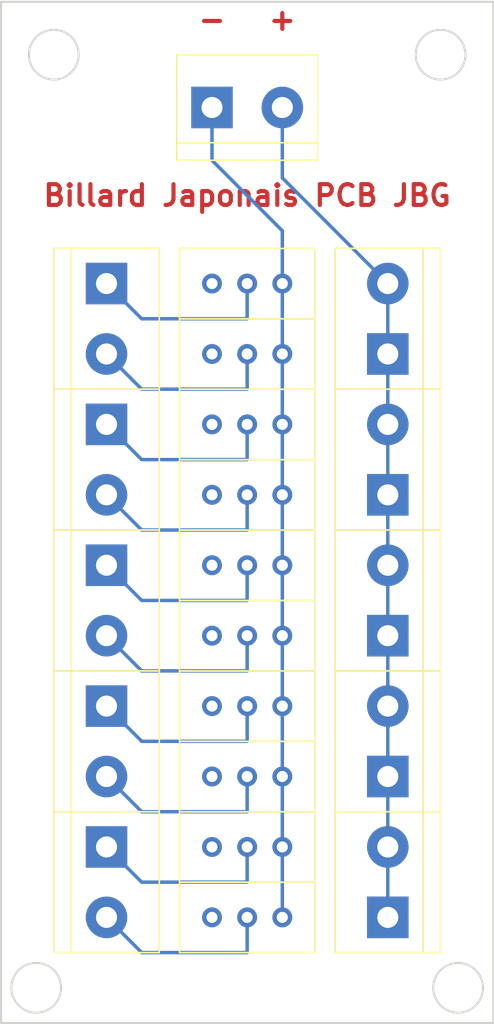
<source format=kicad_pcb>
(kicad_pcb (version 20171130) (host pcbnew 5.0.2+dfsg1-1)

  (general
    (thickness 1.6)
    (drawings 11)
    (tracks 39)
    (zones 0)
    (modules 21)
    (nets 1)
  )

  (page A4)
  (layers
    (0 F.Cu signal)
    (31 B.Cu signal)
    (32 B.Adhes user)
    (33 F.Adhes user)
    (34 B.Paste user)
    (35 F.Paste user)
    (36 B.SilkS user)
    (37 F.SilkS user)
    (38 B.Mask user)
    (39 F.Mask user)
    (40 Dwgs.User user)
    (41 Cmts.User user)
    (42 Eco1.User user)
    (43 Eco2.User user)
    (44 Edge.Cuts user)
    (45 Margin user)
    (46 B.CrtYd user)
    (47 F.CrtYd user)
    (48 B.Fab user)
    (49 F.Fab user)
  )

  (setup
    (last_trace_width 0.25)
    (trace_clearance 0.2)
    (zone_clearance 0.508)
    (zone_45_only no)
    (trace_min 0.2)
    (segment_width 0.2)
    (edge_width 0.15)
    (via_size 0.8)
    (via_drill 0.4)
    (via_min_size 0.4)
    (via_min_drill 0.3)
    (uvia_size 0.3)
    (uvia_drill 0.1)
    (uvias_allowed no)
    (uvia_min_size 0.2)
    (uvia_min_drill 0.1)
    (pcb_text_width 0.3)
    (pcb_text_size 1.5 1.5)
    (mod_edge_width 0.15)
    (mod_text_size 1 1)
    (mod_text_width 0.15)
    (pad_size 1.524 1.524)
    (pad_drill 0.762)
    (pad_to_mask_clearance 0.051)
    (solder_mask_min_width 0.25)
    (aux_axis_origin 0 0)
    (grid_origin 24.13 88.9)
    (visible_elements FFFFFF7F)
    (pcbplotparams
      (layerselection 0x010fc_ffffffff)
      (usegerberextensions false)
      (usegerberattributes false)
      (usegerberadvancedattributes false)
      (creategerberjobfile false)
      (excludeedgelayer true)
      (linewidth 0.150000)
      (plotframeref false)
      (viasonmask false)
      (mode 1)
      (useauxorigin false)
      (hpglpennumber 1)
      (hpglpenspeed 20)
      (hpglpendiameter 15.000000)
      (psnegative false)
      (psa4output false)
      (plotreference true)
      (plotvalue true)
      (plotinvisibletext false)
      (padsonsilk false)
      (subtractmaskfromsilk false)
      (outputformat 4)
      (mirror false)
      (drillshape 0)
      (scaleselection 1)
      (outputdirectory ""))
  )

  (net 0 "")

  (net_class Default "Ceci est la Netclass par défaut."
    (clearance 0.2)
    (trace_width 0.25)
    (via_dia 0.8)
    (via_drill 0.4)
    (uvia_dia 0.3)
    (uvia_drill 0.1)
  )

  (module TerminalBlock:TerminalBlock_bornier-2_P5.08mm (layer F.Cu) (tedit 5FD9B9A3) (tstamp 5FE6ABBC)
    (at 53.34 68.58 90)
    (descr "simple 2-pin terminal block, pitch 5.08mm, revamped version of bornier2")
    (tags "terminal block bornier2")
    (fp_text reference "" (at 2.54 -5.08 90) (layer F.SilkS) hide
      (effects (font (size 1 1) (thickness 0.15)))
    )
    (fp_text value T (at 2.54 5.08 90) (layer F.Fab) hide
      (effects (font (size 1 1) (thickness 0.15)))
    )
    (fp_text user "" (at 2.54 0 90) (layer F.Fab)
      (effects (font (size 1 1) (thickness 0.15)))
    )
    (fp_line (start -2.41 2.55) (end 7.49 2.55) (layer F.Fab) (width 0.1))
    (fp_line (start -2.46 -3.75) (end -2.46 3.75) (layer F.Fab) (width 0.1))
    (fp_line (start -2.46 3.75) (end 7.54 3.75) (layer F.Fab) (width 0.1))
    (fp_line (start 7.54 3.75) (end 7.54 -3.75) (layer F.Fab) (width 0.1))
    (fp_line (start 7.54 -3.75) (end -2.46 -3.75) (layer F.Fab) (width 0.1))
    (fp_line (start 7.62 2.54) (end -2.54 2.54) (layer F.SilkS) (width 0.12))
    (fp_line (start 7.62 3.81) (end 7.62 -3.81) (layer F.SilkS) (width 0.12))
    (fp_line (start 7.62 -3.81) (end -2.54 -3.81) (layer F.SilkS) (width 0.12))
    (fp_line (start -2.54 -3.81) (end -2.54 3.81) (layer F.SilkS) (width 0.12))
    (fp_line (start -2.54 3.81) (end 7.62 3.81) (layer F.SilkS) (width 0.12))
    (fp_line (start -2.71 -4) (end 7.79 -4) (layer F.CrtYd) (width 0.05))
    (fp_line (start -2.71 -4) (end -2.71 4) (layer F.CrtYd) (width 0.05))
    (fp_line (start 7.79 4) (end 7.79 -4) (layer F.CrtYd) (width 0.05))
    (fp_line (start 7.79 4) (end -2.71 4) (layer F.CrtYd) (width 0.05))
    (pad 1 thru_hole rect (at 0 0 90) (size 3 3) (drill 1.52) (layers *.Cu *.Mask))
    (pad 2 thru_hole circle (at 5.08 0 90) (size 3 3) (drill 1.52) (layers *.Cu *.Mask))
    (model ${KISYS3DMOD}/TerminalBlock.3dshapes/TerminalBlock_bornier-2_P5.08mm.wrl
      (offset (xyz 2.539999961853027 0 0))
      (scale (xyz 1 1 1))
      (rotate (xyz 0 0 0))
    )
  )

  (module TerminalBlock:TerminalBlock_bornier-2_P5.08mm (layer F.Cu) (tedit 5FD9B9AC) (tstamp 5FE6ABBC)
    (at 40.64 20.32)
    (descr "simple 2-pin terminal block, pitch 5.08mm, revamped version of bornier2")
    (tags "terminal block bornier2")
    (fp_text reference "" (at 2.54 -5.08) (layer F.SilkS) hide
      (effects (font (size 1 1) (thickness 0.15)))
    )
    (fp_text value T (at 2.54 5.08) (layer F.Fab) hide
      (effects (font (size 1 1) (thickness 0.15)))
    )
    (fp_text user "" (at 2.54 0) (layer F.Fab)
      (effects (font (size 1 1) (thickness 0.15)))
    )
    (fp_line (start -2.41 2.55) (end 7.49 2.55) (layer F.Fab) (width 0.1))
    (fp_line (start -2.46 -3.75) (end -2.46 3.75) (layer F.Fab) (width 0.1))
    (fp_line (start -2.46 3.75) (end 7.54 3.75) (layer F.Fab) (width 0.1))
    (fp_line (start 7.54 3.75) (end 7.54 -3.75) (layer F.Fab) (width 0.1))
    (fp_line (start 7.54 -3.75) (end -2.46 -3.75) (layer F.Fab) (width 0.1))
    (fp_line (start 7.62 2.54) (end -2.54 2.54) (layer F.SilkS) (width 0.12))
    (fp_line (start 7.62 3.81) (end 7.62 -3.81) (layer F.SilkS) (width 0.12))
    (fp_line (start 7.62 -3.81) (end -2.54 -3.81) (layer F.SilkS) (width 0.12))
    (fp_line (start -2.54 -3.81) (end -2.54 3.81) (layer F.SilkS) (width 0.12))
    (fp_line (start -2.54 3.81) (end 7.62 3.81) (layer F.SilkS) (width 0.12))
    (fp_line (start -2.71 -4) (end 7.79 -4) (layer F.CrtYd) (width 0.05))
    (fp_line (start -2.71 -4) (end -2.71 4) (layer F.CrtYd) (width 0.05))
    (fp_line (start 7.79 4) (end 7.79 -4) (layer F.CrtYd) (width 0.05))
    (fp_line (start 7.79 4) (end -2.71 4) (layer F.CrtYd) (width 0.05))
    (pad 1 thru_hole rect (at 0 0) (size 3 3) (drill 1.52) (layers *.Cu *.Mask))
    (pad 2 thru_hole circle (at 5.08 0) (size 3 3) (drill 1.52) (layers *.Cu *.Mask))
    (model ${KISYS3DMOD}/TerminalBlock.3dshapes/TerminalBlock_bornier-2_P5.08mm.wrl
      (offset (xyz 2.539999961853027 0 0))
      (scale (xyz 1 1 1))
      (rotate (xyz 0 0 0))
    )
  )

  (module TerminalBlock:TerminalBlock_bornier-2_P5.08mm (layer F.Cu) (tedit 5FD9B9A7) (tstamp 5FE6ABBC)
    (at 53.34 78.74 90)
    (descr "simple 2-pin terminal block, pitch 5.08mm, revamped version of bornier2")
    (tags "terminal block bornier2")
    (fp_text reference "" (at 2.54 -5.08 90) (layer F.SilkS) hide
      (effects (font (size 1 1) (thickness 0.15)))
    )
    (fp_text value T (at 2.54 5.08 90) (layer F.Fab) hide
      (effects (font (size 1 1) (thickness 0.15)))
    )
    (fp_text user "" (at 2.54 0 90) (layer F.Fab)
      (effects (font (size 1 1) (thickness 0.15)))
    )
    (fp_line (start -2.41 2.55) (end 7.49 2.55) (layer F.Fab) (width 0.1))
    (fp_line (start -2.46 -3.75) (end -2.46 3.75) (layer F.Fab) (width 0.1))
    (fp_line (start -2.46 3.75) (end 7.54 3.75) (layer F.Fab) (width 0.1))
    (fp_line (start 7.54 3.75) (end 7.54 -3.75) (layer F.Fab) (width 0.1))
    (fp_line (start 7.54 -3.75) (end -2.46 -3.75) (layer F.Fab) (width 0.1))
    (fp_line (start 7.62 2.54) (end -2.54 2.54) (layer F.SilkS) (width 0.12))
    (fp_line (start 7.62 3.81) (end 7.62 -3.81) (layer F.SilkS) (width 0.12))
    (fp_line (start 7.62 -3.81) (end -2.54 -3.81) (layer F.SilkS) (width 0.12))
    (fp_line (start -2.54 -3.81) (end -2.54 3.81) (layer F.SilkS) (width 0.12))
    (fp_line (start -2.54 3.81) (end 7.62 3.81) (layer F.SilkS) (width 0.12))
    (fp_line (start -2.71 -4) (end 7.79 -4) (layer F.CrtYd) (width 0.05))
    (fp_line (start -2.71 -4) (end -2.71 4) (layer F.CrtYd) (width 0.05))
    (fp_line (start 7.79 4) (end 7.79 -4) (layer F.CrtYd) (width 0.05))
    (fp_line (start 7.79 4) (end -2.71 4) (layer F.CrtYd) (width 0.05))
    (pad 1 thru_hole rect (at 0 0 90) (size 3 3) (drill 1.52) (layers *.Cu *.Mask))
    (pad 2 thru_hole circle (at 5.08 0 90) (size 3 3) (drill 1.52) (layers *.Cu *.Mask))
    (model ${KISYS3DMOD}/TerminalBlock.3dshapes/TerminalBlock_bornier-2_P5.08mm.wrl
      (offset (xyz 2.539999961853027 0 0))
      (scale (xyz 1 1 1))
      (rotate (xyz 0 0 0))
    )
  )

  (module TerminalBlock:TerminalBlock_bornier-2_P5.08mm (layer F.Cu) (tedit 5FD9B995) (tstamp 5FE6ABBC)
    (at 53.34 58.42 90)
    (descr "simple 2-pin terminal block, pitch 5.08mm, revamped version of bornier2")
    (tags "terminal block bornier2")
    (fp_text reference "" (at 2.54 -5.08 90) (layer F.SilkS) hide
      (effects (font (size 1 1) (thickness 0.15)))
    )
    (fp_text value T (at 2.54 5.08 90) (layer F.Fab) hide
      (effects (font (size 1 1) (thickness 0.15)))
    )
    (fp_text user "" (at 2.54 0 90) (layer F.Fab)
      (effects (font (size 1 1) (thickness 0.15)))
    )
    (fp_line (start -2.41 2.55) (end 7.49 2.55) (layer F.Fab) (width 0.1))
    (fp_line (start -2.46 -3.75) (end -2.46 3.75) (layer F.Fab) (width 0.1))
    (fp_line (start -2.46 3.75) (end 7.54 3.75) (layer F.Fab) (width 0.1))
    (fp_line (start 7.54 3.75) (end 7.54 -3.75) (layer F.Fab) (width 0.1))
    (fp_line (start 7.54 -3.75) (end -2.46 -3.75) (layer F.Fab) (width 0.1))
    (fp_line (start 7.62 2.54) (end -2.54 2.54) (layer F.SilkS) (width 0.12))
    (fp_line (start 7.62 3.81) (end 7.62 -3.81) (layer F.SilkS) (width 0.12))
    (fp_line (start 7.62 -3.81) (end -2.54 -3.81) (layer F.SilkS) (width 0.12))
    (fp_line (start -2.54 -3.81) (end -2.54 3.81) (layer F.SilkS) (width 0.12))
    (fp_line (start -2.54 3.81) (end 7.62 3.81) (layer F.SilkS) (width 0.12))
    (fp_line (start -2.71 -4) (end 7.79 -4) (layer F.CrtYd) (width 0.05))
    (fp_line (start -2.71 -4) (end -2.71 4) (layer F.CrtYd) (width 0.05))
    (fp_line (start 7.79 4) (end 7.79 -4) (layer F.CrtYd) (width 0.05))
    (fp_line (start 7.79 4) (end -2.71 4) (layer F.CrtYd) (width 0.05))
    (pad 1 thru_hole rect (at 0 0 90) (size 3 3) (drill 1.52) (layers *.Cu *.Mask))
    (pad 2 thru_hole circle (at 5.08 0 90) (size 3 3) (drill 1.52) (layers *.Cu *.Mask))
    (model ${KISYS3DMOD}/TerminalBlock.3dshapes/TerminalBlock_bornier-2_P5.08mm.wrl
      (offset (xyz 2.539999961853027 0 0))
      (scale (xyz 1 1 1))
      (rotate (xyz 0 0 0))
    )
  )

  (module TerminalBlock:TerminalBlock_bornier-2_P5.08mm (layer F.Cu) (tedit 5FD9B991) (tstamp 5FE6ABBC)
    (at 53.34 48.26 90)
    (descr "simple 2-pin terminal block, pitch 5.08mm, revamped version of bornier2")
    (tags "terminal block bornier2")
    (fp_text reference "" (at 2.54 -5.08 90) (layer F.SilkS) hide
      (effects (font (size 1 1) (thickness 0.15)))
    )
    (fp_text value T (at 2.54 5.08 90) (layer F.Fab) hide
      (effects (font (size 1 1) (thickness 0.15)))
    )
    (fp_text user "" (at 2.54 0 90) (layer F.Fab)
      (effects (font (size 1 1) (thickness 0.15)))
    )
    (fp_line (start -2.41 2.55) (end 7.49 2.55) (layer F.Fab) (width 0.1))
    (fp_line (start -2.46 -3.75) (end -2.46 3.75) (layer F.Fab) (width 0.1))
    (fp_line (start -2.46 3.75) (end 7.54 3.75) (layer F.Fab) (width 0.1))
    (fp_line (start 7.54 3.75) (end 7.54 -3.75) (layer F.Fab) (width 0.1))
    (fp_line (start 7.54 -3.75) (end -2.46 -3.75) (layer F.Fab) (width 0.1))
    (fp_line (start 7.62 2.54) (end -2.54 2.54) (layer F.SilkS) (width 0.12))
    (fp_line (start 7.62 3.81) (end 7.62 -3.81) (layer F.SilkS) (width 0.12))
    (fp_line (start 7.62 -3.81) (end -2.54 -3.81) (layer F.SilkS) (width 0.12))
    (fp_line (start -2.54 -3.81) (end -2.54 3.81) (layer F.SilkS) (width 0.12))
    (fp_line (start -2.54 3.81) (end 7.62 3.81) (layer F.SilkS) (width 0.12))
    (fp_line (start -2.71 -4) (end 7.79 -4) (layer F.CrtYd) (width 0.05))
    (fp_line (start -2.71 -4) (end -2.71 4) (layer F.CrtYd) (width 0.05))
    (fp_line (start 7.79 4) (end 7.79 -4) (layer F.CrtYd) (width 0.05))
    (fp_line (start 7.79 4) (end -2.71 4) (layer F.CrtYd) (width 0.05))
    (pad 1 thru_hole rect (at 0 0 90) (size 3 3) (drill 1.52) (layers *.Cu *.Mask))
    (pad 2 thru_hole circle (at 5.08 0 90) (size 3 3) (drill 1.52) (layers *.Cu *.Mask))
    (model ${KISYS3DMOD}/TerminalBlock.3dshapes/TerminalBlock_bornier-2_P5.08mm.wrl
      (offset (xyz 2.539999961853027 0 0))
      (scale (xyz 1 1 1))
      (rotate (xyz 0 0 0))
    )
  )

  (module TerminalBlock:TerminalBlock_bornier-2_P5.08mm (layer F.Cu) (tedit 5FD9B989) (tstamp 5FE6ABBC)
    (at 33.02 73.66 270)
    (descr "simple 2-pin terminal block, pitch 5.08mm, revamped version of bornier2")
    (tags "terminal block bornier2")
    (fp_text reference "" (at 2.54 -5.08 270) (layer F.SilkS) hide
      (effects (font (size 1 1) (thickness 0.15)))
    )
    (fp_text value T (at 2.54 5.08 270) (layer F.Fab) hide
      (effects (font (size 1 1) (thickness 0.15)))
    )
    (fp_text user "" (at 2.54 0 270) (layer F.Fab)
      (effects (font (size 1 1) (thickness 0.15)))
    )
    (fp_line (start -2.41 2.55) (end 7.49 2.55) (layer F.Fab) (width 0.1))
    (fp_line (start -2.46 -3.75) (end -2.46 3.75) (layer F.Fab) (width 0.1))
    (fp_line (start -2.46 3.75) (end 7.54 3.75) (layer F.Fab) (width 0.1))
    (fp_line (start 7.54 3.75) (end 7.54 -3.75) (layer F.Fab) (width 0.1))
    (fp_line (start 7.54 -3.75) (end -2.46 -3.75) (layer F.Fab) (width 0.1))
    (fp_line (start 7.62 2.54) (end -2.54 2.54) (layer F.SilkS) (width 0.12))
    (fp_line (start 7.62 3.81) (end 7.62 -3.81) (layer F.SilkS) (width 0.12))
    (fp_line (start 7.62 -3.81) (end -2.54 -3.81) (layer F.SilkS) (width 0.12))
    (fp_line (start -2.54 -3.81) (end -2.54 3.81) (layer F.SilkS) (width 0.12))
    (fp_line (start -2.54 3.81) (end 7.62 3.81) (layer F.SilkS) (width 0.12))
    (fp_line (start -2.71 -4) (end 7.79 -4) (layer F.CrtYd) (width 0.05))
    (fp_line (start -2.71 -4) (end -2.71 4) (layer F.CrtYd) (width 0.05))
    (fp_line (start 7.79 4) (end 7.79 -4) (layer F.CrtYd) (width 0.05))
    (fp_line (start 7.79 4) (end -2.71 4) (layer F.CrtYd) (width 0.05))
    (pad 1 thru_hole rect (at 0 0 270) (size 3 3) (drill 1.52) (layers *.Cu *.Mask))
    (pad 2 thru_hole circle (at 5.08 0 270) (size 3 3) (drill 1.52) (layers *.Cu *.Mask))
    (model ${KISYS3DMOD}/TerminalBlock.3dshapes/TerminalBlock_bornier-2_P5.08mm.wrl
      (offset (xyz 2.539999961853027 0 0))
      (scale (xyz 1 1 1))
      (rotate (xyz 0 0 0))
    )
  )

  (module TerminalBlock:TerminalBlock_bornier-2_P5.08mm (layer F.Cu) (tedit 5FD9B986) (tstamp 5FE6ABBC)
    (at 33.02 63.5 270)
    (descr "simple 2-pin terminal block, pitch 5.08mm, revamped version of bornier2")
    (tags "terminal block bornier2")
    (fp_text reference "" (at 2.54 -5.08 270) (layer F.SilkS) hide
      (effects (font (size 1 1) (thickness 0.15)))
    )
    (fp_text value T (at 2.54 5.08 270) (layer F.Fab) hide
      (effects (font (size 1 1) (thickness 0.15)))
    )
    (fp_text user "" (at 2.54 0 270) (layer F.Fab)
      (effects (font (size 1 1) (thickness 0.15)))
    )
    (fp_line (start -2.41 2.55) (end 7.49 2.55) (layer F.Fab) (width 0.1))
    (fp_line (start -2.46 -3.75) (end -2.46 3.75) (layer F.Fab) (width 0.1))
    (fp_line (start -2.46 3.75) (end 7.54 3.75) (layer F.Fab) (width 0.1))
    (fp_line (start 7.54 3.75) (end 7.54 -3.75) (layer F.Fab) (width 0.1))
    (fp_line (start 7.54 -3.75) (end -2.46 -3.75) (layer F.Fab) (width 0.1))
    (fp_line (start 7.62 2.54) (end -2.54 2.54) (layer F.SilkS) (width 0.12))
    (fp_line (start 7.62 3.81) (end 7.62 -3.81) (layer F.SilkS) (width 0.12))
    (fp_line (start 7.62 -3.81) (end -2.54 -3.81) (layer F.SilkS) (width 0.12))
    (fp_line (start -2.54 -3.81) (end -2.54 3.81) (layer F.SilkS) (width 0.12))
    (fp_line (start -2.54 3.81) (end 7.62 3.81) (layer F.SilkS) (width 0.12))
    (fp_line (start -2.71 -4) (end 7.79 -4) (layer F.CrtYd) (width 0.05))
    (fp_line (start -2.71 -4) (end -2.71 4) (layer F.CrtYd) (width 0.05))
    (fp_line (start 7.79 4) (end 7.79 -4) (layer F.CrtYd) (width 0.05))
    (fp_line (start 7.79 4) (end -2.71 4) (layer F.CrtYd) (width 0.05))
    (pad 1 thru_hole rect (at 0 0 270) (size 3 3) (drill 1.52) (layers *.Cu *.Mask))
    (pad 2 thru_hole circle (at 5.08 0 270) (size 3 3) (drill 1.52) (layers *.Cu *.Mask))
    (model ${KISYS3DMOD}/TerminalBlock.3dshapes/TerminalBlock_bornier-2_P5.08mm.wrl
      (offset (xyz 2.539999961853027 0 0))
      (scale (xyz 1 1 1))
      (rotate (xyz 0 0 0))
    )
  )

  (module TerminalBlock:TerminalBlock_bornier-2_P5.08mm (layer F.Cu) (tedit 5FD9B97F) (tstamp 5FE6ABBC)
    (at 33.02 53.34 270)
    (descr "simple 2-pin terminal block, pitch 5.08mm, revamped version of bornier2")
    (tags "terminal block bornier2")
    (fp_text reference "" (at 2.54 -5.08 270) (layer F.SilkS) hide
      (effects (font (size 1 1) (thickness 0.15)))
    )
    (fp_text value T (at 2.54 5.08 270) (layer F.Fab) hide
      (effects (font (size 1 1) (thickness 0.15)))
    )
    (fp_text user "" (at 2.54 0 270) (layer F.Fab)
      (effects (font (size 1 1) (thickness 0.15)))
    )
    (fp_line (start -2.41 2.55) (end 7.49 2.55) (layer F.Fab) (width 0.1))
    (fp_line (start -2.46 -3.75) (end -2.46 3.75) (layer F.Fab) (width 0.1))
    (fp_line (start -2.46 3.75) (end 7.54 3.75) (layer F.Fab) (width 0.1))
    (fp_line (start 7.54 3.75) (end 7.54 -3.75) (layer F.Fab) (width 0.1))
    (fp_line (start 7.54 -3.75) (end -2.46 -3.75) (layer F.Fab) (width 0.1))
    (fp_line (start 7.62 2.54) (end -2.54 2.54) (layer F.SilkS) (width 0.12))
    (fp_line (start 7.62 3.81) (end 7.62 -3.81) (layer F.SilkS) (width 0.12))
    (fp_line (start 7.62 -3.81) (end -2.54 -3.81) (layer F.SilkS) (width 0.12))
    (fp_line (start -2.54 -3.81) (end -2.54 3.81) (layer F.SilkS) (width 0.12))
    (fp_line (start -2.54 3.81) (end 7.62 3.81) (layer F.SilkS) (width 0.12))
    (fp_line (start -2.71 -4) (end 7.79 -4) (layer F.CrtYd) (width 0.05))
    (fp_line (start -2.71 -4) (end -2.71 4) (layer F.CrtYd) (width 0.05))
    (fp_line (start 7.79 4) (end 7.79 -4) (layer F.CrtYd) (width 0.05))
    (fp_line (start 7.79 4) (end -2.71 4) (layer F.CrtYd) (width 0.05))
    (pad 1 thru_hole rect (at 0 0 270) (size 3 3) (drill 1.52) (layers *.Cu *.Mask))
    (pad 2 thru_hole circle (at 5.08 0 270) (size 3 3) (drill 1.52) (layers *.Cu *.Mask))
    (model ${KISYS3DMOD}/TerminalBlock.3dshapes/TerminalBlock_bornier-2_P5.08mm.wrl
      (offset (xyz 2.539999961853027 0 0))
      (scale (xyz 1 1 1))
      (rotate (xyz 0 0 0))
    )
  )

  (module TerminalBlock:TerminalBlock_bornier-2_P5.08mm (layer F.Cu) (tedit 5FD9B97A) (tstamp 5FE6ABBC)
    (at 33.02 43.18 270)
    (descr "simple 2-pin terminal block, pitch 5.08mm, revamped version of bornier2")
    (tags "terminal block bornier2")
    (fp_text reference "" (at 2.54 -5.08 270) (layer F.SilkS) hide
      (effects (font (size 1 1) (thickness 0.15)))
    )
    (fp_text value T (at 2.54 5.08 270) (layer F.Fab) hide
      (effects (font (size 1 1) (thickness 0.15)))
    )
    (fp_text user "" (at 2.54 0 270) (layer F.Fab)
      (effects (font (size 1 1) (thickness 0.15)))
    )
    (fp_line (start -2.41 2.55) (end 7.49 2.55) (layer F.Fab) (width 0.1))
    (fp_line (start -2.46 -3.75) (end -2.46 3.75) (layer F.Fab) (width 0.1))
    (fp_line (start -2.46 3.75) (end 7.54 3.75) (layer F.Fab) (width 0.1))
    (fp_line (start 7.54 3.75) (end 7.54 -3.75) (layer F.Fab) (width 0.1))
    (fp_line (start 7.54 -3.75) (end -2.46 -3.75) (layer F.Fab) (width 0.1))
    (fp_line (start 7.62 2.54) (end -2.54 2.54) (layer F.SilkS) (width 0.12))
    (fp_line (start 7.62 3.81) (end 7.62 -3.81) (layer F.SilkS) (width 0.12))
    (fp_line (start 7.62 -3.81) (end -2.54 -3.81) (layer F.SilkS) (width 0.12))
    (fp_line (start -2.54 -3.81) (end -2.54 3.81) (layer F.SilkS) (width 0.12))
    (fp_line (start -2.54 3.81) (end 7.62 3.81) (layer F.SilkS) (width 0.12))
    (fp_line (start -2.71 -4) (end 7.79 -4) (layer F.CrtYd) (width 0.05))
    (fp_line (start -2.71 -4) (end -2.71 4) (layer F.CrtYd) (width 0.05))
    (fp_line (start 7.79 4) (end 7.79 -4) (layer F.CrtYd) (width 0.05))
    (fp_line (start 7.79 4) (end -2.71 4) (layer F.CrtYd) (width 0.05))
    (pad 1 thru_hole rect (at 0 0 270) (size 3 3) (drill 1.52) (layers *.Cu *.Mask))
    (pad 2 thru_hole circle (at 5.08 0 270) (size 3 3) (drill 1.52) (layers *.Cu *.Mask))
    (model ${KISYS3DMOD}/TerminalBlock.3dshapes/TerminalBlock_bornier-2_P5.08mm.wrl
      (offset (xyz 2.539999961853027 0 0))
      (scale (xyz 1 1 1))
      (rotate (xyz 0 0 0))
    )
  )

  (module TerminalBlock:TerminalBlock_bornier-2_P5.08mm (layer F.Cu) (tedit 5FD9B98D) (tstamp 5FE6ABBC)
    (at 53.34 38.1 90)
    (descr "simple 2-pin terminal block, pitch 5.08mm, revamped version of bornier2")
    (tags "terminal block bornier2")
    (fp_text reference "" (at 2.54 -5.08 90) (layer F.SilkS) hide
      (effects (font (size 1 1) (thickness 0.15)))
    )
    (fp_text value T (at 2.54 5.08 90) (layer F.Fab) hide
      (effects (font (size 1 1) (thickness 0.15)))
    )
    (fp_text user "" (at 2.54 0 90) (layer F.Fab)
      (effects (font (size 1 1) (thickness 0.15)))
    )
    (fp_line (start -2.41 2.55) (end 7.49 2.55) (layer F.Fab) (width 0.1))
    (fp_line (start -2.46 -3.75) (end -2.46 3.75) (layer F.Fab) (width 0.1))
    (fp_line (start -2.46 3.75) (end 7.54 3.75) (layer F.Fab) (width 0.1))
    (fp_line (start 7.54 3.75) (end 7.54 -3.75) (layer F.Fab) (width 0.1))
    (fp_line (start 7.54 -3.75) (end -2.46 -3.75) (layer F.Fab) (width 0.1))
    (fp_line (start 7.62 2.54) (end -2.54 2.54) (layer F.SilkS) (width 0.12))
    (fp_line (start 7.62 3.81) (end 7.62 -3.81) (layer F.SilkS) (width 0.12))
    (fp_line (start 7.62 -3.81) (end -2.54 -3.81) (layer F.SilkS) (width 0.12))
    (fp_line (start -2.54 -3.81) (end -2.54 3.81) (layer F.SilkS) (width 0.12))
    (fp_line (start -2.54 3.81) (end 7.62 3.81) (layer F.SilkS) (width 0.12))
    (fp_line (start -2.71 -4) (end 7.79 -4) (layer F.CrtYd) (width 0.05))
    (fp_line (start -2.71 -4) (end -2.71 4) (layer F.CrtYd) (width 0.05))
    (fp_line (start 7.79 4) (end 7.79 -4) (layer F.CrtYd) (width 0.05))
    (fp_line (start 7.79 4) (end -2.71 4) (layer F.CrtYd) (width 0.05))
    (pad 1 thru_hole rect (at 0 0 90) (size 3 3) (drill 1.52) (layers *.Cu *.Mask))
    (pad 2 thru_hole circle (at 5.08 0 90) (size 3 3) (drill 1.52) (layers *.Cu *.Mask))
    (model ${KISYS3DMOD}/TerminalBlock.3dshapes/TerminalBlock_bornier-2_P5.08mm.wrl
      (offset (xyz 2.539999961853027 0 0))
      (scale (xyz 1 1 1))
      (rotate (xyz 0 0 0))
    )
  )

  (module Potentiometer_THT:Potentiometer_Bourns_3296W_Vertical (layer F.Cu) (tedit 5FD9B82F) (tstamp 5FE65714)
    (at 45.72 78.74)
    (descr "Potentiometer, vertical, Bourns 3296W, https://www.bourns.com/pdfs/3296.pdf")
    (tags "Potentiometer vertical Bourns 3296W")
    (fp_text reference "" (at -2.54 -3.66) (layer F.SilkS) hide
      (effects (font (size 1 1) (thickness 0.15)))
    )
    (fp_text value "" (at -2.54 3.67) (layer F.Fab)
      (effects (font (size 1 1) (thickness 0.15)))
    )
    (fp_circle (center 0.955 1.15) (end 2.05 1.15) (layer F.Fab) (width 0.1))
    (fp_line (start -7.305 -2.41) (end -7.305 2.42) (layer F.Fab) (width 0.1))
    (fp_line (start -7.305 2.42) (end 2.225 2.42) (layer F.Fab) (width 0.1))
    (fp_line (start 2.225 2.42) (end 2.225 -2.41) (layer F.Fab) (width 0.1))
    (fp_line (start 2.225 -2.41) (end -7.305 -2.41) (layer F.Fab) (width 0.1))
    (fp_line (start 0.955 2.235) (end 0.956 0.066) (layer F.Fab) (width 0.1))
    (fp_line (start 0.955 2.235) (end 0.956 0.066) (layer F.Fab) (width 0.1))
    (fp_line (start -7.425 -2.53) (end 2.345 -2.53) (layer F.SilkS) (width 0.12))
    (fp_line (start -7.425 2.54) (end 2.345 2.54) (layer F.SilkS) (width 0.12))
    (fp_line (start -7.425 -2.53) (end -7.425 2.54) (layer F.SilkS) (width 0.12))
    (fp_line (start 2.345 -2.53) (end 2.345 2.54) (layer F.SilkS) (width 0.12))
    (fp_line (start -7.6 -2.7) (end -7.6 2.7) (layer F.CrtYd) (width 0.05))
    (fp_line (start -7.6 2.7) (end 2.5 2.7) (layer F.CrtYd) (width 0.05))
    (fp_line (start 2.5 2.7) (end 2.5 -2.7) (layer F.CrtYd) (width 0.05))
    (fp_line (start 2.5 -2.7) (end -7.6 -2.7) (layer F.CrtYd) (width 0.05))
    (fp_text user 3296w (at -3.175 0.005) (layer F.Fab)
      (effects (font (size 1 1) (thickness 0.15)))
    )
    (pad 1 thru_hole circle (at 0 0) (size 1.44 1.44) (drill 0.8) (layers *.Cu *.Mask))
    (pad 2 thru_hole circle (at -2.54 0) (size 1.44 1.44) (drill 0.8) (layers *.Cu *.Mask))
    (pad 3 thru_hole circle (at -5.08 0) (size 1.44 1.44) (drill 0.8) (layers *.Cu *.Mask))
    (model ${KISYS3DMOD}/Potentiometer_THT.3dshapes/Potentiometer_Bourns_3296W_Vertical.wrl
      (at (xyz 0 0 0))
      (scale (xyz 1 1 1))
      (rotate (xyz 0 0 0))
    )
  )

  (module Potentiometer_THT:Potentiometer_Bourns_3296W_Vertical (layer F.Cu) (tedit 5FD9B82F) (tstamp 5FE65714)
    (at 45.72 73.66)
    (descr "Potentiometer, vertical, Bourns 3296W, https://www.bourns.com/pdfs/3296.pdf")
    (tags "Potentiometer vertical Bourns 3296W")
    (fp_text reference "" (at -2.54 -3.66) (layer F.SilkS) hide
      (effects (font (size 1 1) (thickness 0.15)))
    )
    (fp_text value "" (at -2.54 3.67) (layer F.Fab)
      (effects (font (size 1 1) (thickness 0.15)))
    )
    (fp_circle (center 0.955 1.15) (end 2.05 1.15) (layer F.Fab) (width 0.1))
    (fp_line (start -7.305 -2.41) (end -7.305 2.42) (layer F.Fab) (width 0.1))
    (fp_line (start -7.305 2.42) (end 2.225 2.42) (layer F.Fab) (width 0.1))
    (fp_line (start 2.225 2.42) (end 2.225 -2.41) (layer F.Fab) (width 0.1))
    (fp_line (start 2.225 -2.41) (end -7.305 -2.41) (layer F.Fab) (width 0.1))
    (fp_line (start 0.955 2.235) (end 0.956 0.066) (layer F.Fab) (width 0.1))
    (fp_line (start 0.955 2.235) (end 0.956 0.066) (layer F.Fab) (width 0.1))
    (fp_line (start -7.425 -2.53) (end 2.345 -2.53) (layer F.SilkS) (width 0.12))
    (fp_line (start -7.425 2.54) (end 2.345 2.54) (layer F.SilkS) (width 0.12))
    (fp_line (start -7.425 -2.53) (end -7.425 2.54) (layer F.SilkS) (width 0.12))
    (fp_line (start 2.345 -2.53) (end 2.345 2.54) (layer F.SilkS) (width 0.12))
    (fp_line (start -7.6 -2.7) (end -7.6 2.7) (layer F.CrtYd) (width 0.05))
    (fp_line (start -7.6 2.7) (end 2.5 2.7) (layer F.CrtYd) (width 0.05))
    (fp_line (start 2.5 2.7) (end 2.5 -2.7) (layer F.CrtYd) (width 0.05))
    (fp_line (start 2.5 -2.7) (end -7.6 -2.7) (layer F.CrtYd) (width 0.05))
    (fp_text user 3296w (at -3.175 0.005) (layer F.Fab)
      (effects (font (size 1 1) (thickness 0.15)))
    )
    (pad 1 thru_hole circle (at 0 0) (size 1.44 1.44) (drill 0.8) (layers *.Cu *.Mask))
    (pad 2 thru_hole circle (at -2.54 0) (size 1.44 1.44) (drill 0.8) (layers *.Cu *.Mask))
    (pad 3 thru_hole circle (at -5.08 0) (size 1.44 1.44) (drill 0.8) (layers *.Cu *.Mask))
    (model ${KISYS3DMOD}/Potentiometer_THT.3dshapes/Potentiometer_Bourns_3296W_Vertical.wrl
      (at (xyz 0 0 0))
      (scale (xyz 1 1 1))
      (rotate (xyz 0 0 0))
    )
  )

  (module Potentiometer_THT:Potentiometer_Bourns_3296W_Vertical (layer F.Cu) (tedit 5FD9B82F) (tstamp 5FE65714)
    (at 45.72 68.58)
    (descr "Potentiometer, vertical, Bourns 3296W, https://www.bourns.com/pdfs/3296.pdf")
    (tags "Potentiometer vertical Bourns 3296W")
    (fp_text reference "" (at -2.54 -3.66) (layer F.SilkS) hide
      (effects (font (size 1 1) (thickness 0.15)))
    )
    (fp_text value "" (at -2.54 3.67) (layer F.Fab)
      (effects (font (size 1 1) (thickness 0.15)))
    )
    (fp_circle (center 0.955 1.15) (end 2.05 1.15) (layer F.Fab) (width 0.1))
    (fp_line (start -7.305 -2.41) (end -7.305 2.42) (layer F.Fab) (width 0.1))
    (fp_line (start -7.305 2.42) (end 2.225 2.42) (layer F.Fab) (width 0.1))
    (fp_line (start 2.225 2.42) (end 2.225 -2.41) (layer F.Fab) (width 0.1))
    (fp_line (start 2.225 -2.41) (end -7.305 -2.41) (layer F.Fab) (width 0.1))
    (fp_line (start 0.955 2.235) (end 0.956 0.066) (layer F.Fab) (width 0.1))
    (fp_line (start 0.955 2.235) (end 0.956 0.066) (layer F.Fab) (width 0.1))
    (fp_line (start -7.425 -2.53) (end 2.345 -2.53) (layer F.SilkS) (width 0.12))
    (fp_line (start -7.425 2.54) (end 2.345 2.54) (layer F.SilkS) (width 0.12))
    (fp_line (start -7.425 -2.53) (end -7.425 2.54) (layer F.SilkS) (width 0.12))
    (fp_line (start 2.345 -2.53) (end 2.345 2.54) (layer F.SilkS) (width 0.12))
    (fp_line (start -7.6 -2.7) (end -7.6 2.7) (layer F.CrtYd) (width 0.05))
    (fp_line (start -7.6 2.7) (end 2.5 2.7) (layer F.CrtYd) (width 0.05))
    (fp_line (start 2.5 2.7) (end 2.5 -2.7) (layer F.CrtYd) (width 0.05))
    (fp_line (start 2.5 -2.7) (end -7.6 -2.7) (layer F.CrtYd) (width 0.05))
    (fp_text user 3296w (at -3.175 0.005) (layer F.Fab)
      (effects (font (size 1 1) (thickness 0.15)))
    )
    (pad 1 thru_hole circle (at 0 0) (size 1.44 1.44) (drill 0.8) (layers *.Cu *.Mask))
    (pad 2 thru_hole circle (at -2.54 0) (size 1.44 1.44) (drill 0.8) (layers *.Cu *.Mask))
    (pad 3 thru_hole circle (at -5.08 0) (size 1.44 1.44) (drill 0.8) (layers *.Cu *.Mask))
    (model ${KISYS3DMOD}/Potentiometer_THT.3dshapes/Potentiometer_Bourns_3296W_Vertical.wrl
      (at (xyz 0 0 0))
      (scale (xyz 1 1 1))
      (rotate (xyz 0 0 0))
    )
  )

  (module Potentiometer_THT:Potentiometer_Bourns_3296W_Vertical (layer F.Cu) (tedit 5FD9B82F) (tstamp 5FE65714)
    (at 45.72 63.5)
    (descr "Potentiometer, vertical, Bourns 3296W, https://www.bourns.com/pdfs/3296.pdf")
    (tags "Potentiometer vertical Bourns 3296W")
    (fp_text reference "" (at -2.54 -3.66) (layer F.SilkS) hide
      (effects (font (size 1 1) (thickness 0.15)))
    )
    (fp_text value "" (at -2.54 3.67) (layer F.Fab)
      (effects (font (size 1 1) (thickness 0.15)))
    )
    (fp_circle (center 0.955 1.15) (end 2.05 1.15) (layer F.Fab) (width 0.1))
    (fp_line (start -7.305 -2.41) (end -7.305 2.42) (layer F.Fab) (width 0.1))
    (fp_line (start -7.305 2.42) (end 2.225 2.42) (layer F.Fab) (width 0.1))
    (fp_line (start 2.225 2.42) (end 2.225 -2.41) (layer F.Fab) (width 0.1))
    (fp_line (start 2.225 -2.41) (end -7.305 -2.41) (layer F.Fab) (width 0.1))
    (fp_line (start 0.955 2.235) (end 0.956 0.066) (layer F.Fab) (width 0.1))
    (fp_line (start 0.955 2.235) (end 0.956 0.066) (layer F.Fab) (width 0.1))
    (fp_line (start -7.425 -2.53) (end 2.345 -2.53) (layer F.SilkS) (width 0.12))
    (fp_line (start -7.425 2.54) (end 2.345 2.54) (layer F.SilkS) (width 0.12))
    (fp_line (start -7.425 -2.53) (end -7.425 2.54) (layer F.SilkS) (width 0.12))
    (fp_line (start 2.345 -2.53) (end 2.345 2.54) (layer F.SilkS) (width 0.12))
    (fp_line (start -7.6 -2.7) (end -7.6 2.7) (layer F.CrtYd) (width 0.05))
    (fp_line (start -7.6 2.7) (end 2.5 2.7) (layer F.CrtYd) (width 0.05))
    (fp_line (start 2.5 2.7) (end 2.5 -2.7) (layer F.CrtYd) (width 0.05))
    (fp_line (start 2.5 -2.7) (end -7.6 -2.7) (layer F.CrtYd) (width 0.05))
    (fp_text user 3296w (at -3.175 0.005) (layer F.Fab)
      (effects (font (size 1 1) (thickness 0.15)))
    )
    (pad 1 thru_hole circle (at 0 0) (size 1.44 1.44) (drill 0.8) (layers *.Cu *.Mask))
    (pad 2 thru_hole circle (at -2.54 0) (size 1.44 1.44) (drill 0.8) (layers *.Cu *.Mask))
    (pad 3 thru_hole circle (at -5.08 0) (size 1.44 1.44) (drill 0.8) (layers *.Cu *.Mask))
    (model ${KISYS3DMOD}/Potentiometer_THT.3dshapes/Potentiometer_Bourns_3296W_Vertical.wrl
      (at (xyz 0 0 0))
      (scale (xyz 1 1 1))
      (rotate (xyz 0 0 0))
    )
  )

  (module Potentiometer_THT:Potentiometer_Bourns_3296W_Vertical (layer F.Cu) (tedit 5FD9B82F) (tstamp 5FE65714)
    (at 45.72 58.42)
    (descr "Potentiometer, vertical, Bourns 3296W, https://www.bourns.com/pdfs/3296.pdf")
    (tags "Potentiometer vertical Bourns 3296W")
    (fp_text reference "" (at -2.54 -3.66) (layer F.SilkS) hide
      (effects (font (size 1 1) (thickness 0.15)))
    )
    (fp_text value "" (at -2.54 3.67) (layer F.Fab)
      (effects (font (size 1 1) (thickness 0.15)))
    )
    (fp_circle (center 0.955 1.15) (end 2.05 1.15) (layer F.Fab) (width 0.1))
    (fp_line (start -7.305 -2.41) (end -7.305 2.42) (layer F.Fab) (width 0.1))
    (fp_line (start -7.305 2.42) (end 2.225 2.42) (layer F.Fab) (width 0.1))
    (fp_line (start 2.225 2.42) (end 2.225 -2.41) (layer F.Fab) (width 0.1))
    (fp_line (start 2.225 -2.41) (end -7.305 -2.41) (layer F.Fab) (width 0.1))
    (fp_line (start 0.955 2.235) (end 0.956 0.066) (layer F.Fab) (width 0.1))
    (fp_line (start 0.955 2.235) (end 0.956 0.066) (layer F.Fab) (width 0.1))
    (fp_line (start -7.425 -2.53) (end 2.345 -2.53) (layer F.SilkS) (width 0.12))
    (fp_line (start -7.425 2.54) (end 2.345 2.54) (layer F.SilkS) (width 0.12))
    (fp_line (start -7.425 -2.53) (end -7.425 2.54) (layer F.SilkS) (width 0.12))
    (fp_line (start 2.345 -2.53) (end 2.345 2.54) (layer F.SilkS) (width 0.12))
    (fp_line (start -7.6 -2.7) (end -7.6 2.7) (layer F.CrtYd) (width 0.05))
    (fp_line (start -7.6 2.7) (end 2.5 2.7) (layer F.CrtYd) (width 0.05))
    (fp_line (start 2.5 2.7) (end 2.5 -2.7) (layer F.CrtYd) (width 0.05))
    (fp_line (start 2.5 -2.7) (end -7.6 -2.7) (layer F.CrtYd) (width 0.05))
    (fp_text user 3296w (at -3.175 0.005) (layer F.Fab)
      (effects (font (size 1 1) (thickness 0.15)))
    )
    (pad 1 thru_hole circle (at 0 0) (size 1.44 1.44) (drill 0.8) (layers *.Cu *.Mask))
    (pad 2 thru_hole circle (at -2.54 0) (size 1.44 1.44) (drill 0.8) (layers *.Cu *.Mask))
    (pad 3 thru_hole circle (at -5.08 0) (size 1.44 1.44) (drill 0.8) (layers *.Cu *.Mask))
    (model ${KISYS3DMOD}/Potentiometer_THT.3dshapes/Potentiometer_Bourns_3296W_Vertical.wrl
      (at (xyz 0 0 0))
      (scale (xyz 1 1 1))
      (rotate (xyz 0 0 0))
    )
  )

  (module Potentiometer_THT:Potentiometer_Bourns_3296W_Vertical (layer F.Cu) (tedit 5FD9B82F) (tstamp 5FE65714)
    (at 45.72 53.34)
    (descr "Potentiometer, vertical, Bourns 3296W, https://www.bourns.com/pdfs/3296.pdf")
    (tags "Potentiometer vertical Bourns 3296W")
    (fp_text reference "" (at -2.54 -3.66) (layer F.SilkS) hide
      (effects (font (size 1 1) (thickness 0.15)))
    )
    (fp_text value "" (at -2.54 3.67) (layer F.Fab)
      (effects (font (size 1 1) (thickness 0.15)))
    )
    (fp_circle (center 0.955 1.15) (end 2.05 1.15) (layer F.Fab) (width 0.1))
    (fp_line (start -7.305 -2.41) (end -7.305 2.42) (layer F.Fab) (width 0.1))
    (fp_line (start -7.305 2.42) (end 2.225 2.42) (layer F.Fab) (width 0.1))
    (fp_line (start 2.225 2.42) (end 2.225 -2.41) (layer F.Fab) (width 0.1))
    (fp_line (start 2.225 -2.41) (end -7.305 -2.41) (layer F.Fab) (width 0.1))
    (fp_line (start 0.955 2.235) (end 0.956 0.066) (layer F.Fab) (width 0.1))
    (fp_line (start 0.955 2.235) (end 0.956 0.066) (layer F.Fab) (width 0.1))
    (fp_line (start -7.425 -2.53) (end 2.345 -2.53) (layer F.SilkS) (width 0.12))
    (fp_line (start -7.425 2.54) (end 2.345 2.54) (layer F.SilkS) (width 0.12))
    (fp_line (start -7.425 -2.53) (end -7.425 2.54) (layer F.SilkS) (width 0.12))
    (fp_line (start 2.345 -2.53) (end 2.345 2.54) (layer F.SilkS) (width 0.12))
    (fp_line (start -7.6 -2.7) (end -7.6 2.7) (layer F.CrtYd) (width 0.05))
    (fp_line (start -7.6 2.7) (end 2.5 2.7) (layer F.CrtYd) (width 0.05))
    (fp_line (start 2.5 2.7) (end 2.5 -2.7) (layer F.CrtYd) (width 0.05))
    (fp_line (start 2.5 -2.7) (end -7.6 -2.7) (layer F.CrtYd) (width 0.05))
    (fp_text user 3296w (at -3.175 0.005) (layer F.Fab)
      (effects (font (size 1 1) (thickness 0.15)))
    )
    (pad 1 thru_hole circle (at 0 0) (size 1.44 1.44) (drill 0.8) (layers *.Cu *.Mask))
    (pad 2 thru_hole circle (at -2.54 0) (size 1.44 1.44) (drill 0.8) (layers *.Cu *.Mask))
    (pad 3 thru_hole circle (at -5.08 0) (size 1.44 1.44) (drill 0.8) (layers *.Cu *.Mask))
    (model ${KISYS3DMOD}/Potentiometer_THT.3dshapes/Potentiometer_Bourns_3296W_Vertical.wrl
      (at (xyz 0 0 0))
      (scale (xyz 1 1 1))
      (rotate (xyz 0 0 0))
    )
  )

  (module Potentiometer_THT:Potentiometer_Bourns_3296W_Vertical (layer F.Cu) (tedit 5FD9B82F) (tstamp 5FE65714)
    (at 45.72 48.26)
    (descr "Potentiometer, vertical, Bourns 3296W, https://www.bourns.com/pdfs/3296.pdf")
    (tags "Potentiometer vertical Bourns 3296W")
    (fp_text reference "" (at -2.54 -3.66) (layer F.SilkS) hide
      (effects (font (size 1 1) (thickness 0.15)))
    )
    (fp_text value "" (at -2.54 3.67) (layer F.Fab)
      (effects (font (size 1 1) (thickness 0.15)))
    )
    (fp_circle (center 0.955 1.15) (end 2.05 1.15) (layer F.Fab) (width 0.1))
    (fp_line (start -7.305 -2.41) (end -7.305 2.42) (layer F.Fab) (width 0.1))
    (fp_line (start -7.305 2.42) (end 2.225 2.42) (layer F.Fab) (width 0.1))
    (fp_line (start 2.225 2.42) (end 2.225 -2.41) (layer F.Fab) (width 0.1))
    (fp_line (start 2.225 -2.41) (end -7.305 -2.41) (layer F.Fab) (width 0.1))
    (fp_line (start 0.955 2.235) (end 0.956 0.066) (layer F.Fab) (width 0.1))
    (fp_line (start 0.955 2.235) (end 0.956 0.066) (layer F.Fab) (width 0.1))
    (fp_line (start -7.425 -2.53) (end 2.345 -2.53) (layer F.SilkS) (width 0.12))
    (fp_line (start -7.425 2.54) (end 2.345 2.54) (layer F.SilkS) (width 0.12))
    (fp_line (start -7.425 -2.53) (end -7.425 2.54) (layer F.SilkS) (width 0.12))
    (fp_line (start 2.345 -2.53) (end 2.345 2.54) (layer F.SilkS) (width 0.12))
    (fp_line (start -7.6 -2.7) (end -7.6 2.7) (layer F.CrtYd) (width 0.05))
    (fp_line (start -7.6 2.7) (end 2.5 2.7) (layer F.CrtYd) (width 0.05))
    (fp_line (start 2.5 2.7) (end 2.5 -2.7) (layer F.CrtYd) (width 0.05))
    (fp_line (start 2.5 -2.7) (end -7.6 -2.7) (layer F.CrtYd) (width 0.05))
    (fp_text user 3296w (at -3.175 0.005) (layer F.Fab)
      (effects (font (size 1 1) (thickness 0.15)))
    )
    (pad 1 thru_hole circle (at 0 0) (size 1.44 1.44) (drill 0.8) (layers *.Cu *.Mask))
    (pad 2 thru_hole circle (at -2.54 0) (size 1.44 1.44) (drill 0.8) (layers *.Cu *.Mask))
    (pad 3 thru_hole circle (at -5.08 0) (size 1.44 1.44) (drill 0.8) (layers *.Cu *.Mask))
    (model ${KISYS3DMOD}/Potentiometer_THT.3dshapes/Potentiometer_Bourns_3296W_Vertical.wrl
      (at (xyz 0 0 0))
      (scale (xyz 1 1 1))
      (rotate (xyz 0 0 0))
    )
  )

  (module Potentiometer_THT:Potentiometer_Bourns_3296W_Vertical (layer F.Cu) (tedit 5FD9B82F) (tstamp 5FE65714)
    (at 45.72 43.18)
    (descr "Potentiometer, vertical, Bourns 3296W, https://www.bourns.com/pdfs/3296.pdf")
    (tags "Potentiometer vertical Bourns 3296W")
    (fp_text reference "" (at -2.54 -3.66) (layer F.SilkS) hide
      (effects (font (size 1 1) (thickness 0.15)))
    )
    (fp_text value "" (at -2.54 3.67) (layer F.Fab)
      (effects (font (size 1 1) (thickness 0.15)))
    )
    (fp_circle (center 0.955 1.15) (end 2.05 1.15) (layer F.Fab) (width 0.1))
    (fp_line (start -7.305 -2.41) (end -7.305 2.42) (layer F.Fab) (width 0.1))
    (fp_line (start -7.305 2.42) (end 2.225 2.42) (layer F.Fab) (width 0.1))
    (fp_line (start 2.225 2.42) (end 2.225 -2.41) (layer F.Fab) (width 0.1))
    (fp_line (start 2.225 -2.41) (end -7.305 -2.41) (layer F.Fab) (width 0.1))
    (fp_line (start 0.955 2.235) (end 0.956 0.066) (layer F.Fab) (width 0.1))
    (fp_line (start 0.955 2.235) (end 0.956 0.066) (layer F.Fab) (width 0.1))
    (fp_line (start -7.425 -2.53) (end 2.345 -2.53) (layer F.SilkS) (width 0.12))
    (fp_line (start -7.425 2.54) (end 2.345 2.54) (layer F.SilkS) (width 0.12))
    (fp_line (start -7.425 -2.53) (end -7.425 2.54) (layer F.SilkS) (width 0.12))
    (fp_line (start 2.345 -2.53) (end 2.345 2.54) (layer F.SilkS) (width 0.12))
    (fp_line (start -7.6 -2.7) (end -7.6 2.7) (layer F.CrtYd) (width 0.05))
    (fp_line (start -7.6 2.7) (end 2.5 2.7) (layer F.CrtYd) (width 0.05))
    (fp_line (start 2.5 2.7) (end 2.5 -2.7) (layer F.CrtYd) (width 0.05))
    (fp_line (start 2.5 -2.7) (end -7.6 -2.7) (layer F.CrtYd) (width 0.05))
    (fp_text user 3296w (at -3.175 0.005) (layer F.Fab)
      (effects (font (size 1 1) (thickness 0.15)))
    )
    (pad 1 thru_hole circle (at 0 0) (size 1.44 1.44) (drill 0.8) (layers *.Cu *.Mask))
    (pad 2 thru_hole circle (at -2.54 0) (size 1.44 1.44) (drill 0.8) (layers *.Cu *.Mask))
    (pad 3 thru_hole circle (at -5.08 0) (size 1.44 1.44) (drill 0.8) (layers *.Cu *.Mask))
    (model ${KISYS3DMOD}/Potentiometer_THT.3dshapes/Potentiometer_Bourns_3296W_Vertical.wrl
      (at (xyz 0 0 0))
      (scale (xyz 1 1 1))
      (rotate (xyz 0 0 0))
    )
  )

  (module Potentiometer_THT:Potentiometer_Bourns_3296W_Vertical (layer F.Cu) (tedit 5FD9B82F) (tstamp 5FE65714)
    (at 45.72 38.1)
    (descr "Potentiometer, vertical, Bourns 3296W, https://www.bourns.com/pdfs/3296.pdf")
    (tags "Potentiometer vertical Bourns 3296W")
    (fp_text reference "" (at -2.54 -3.66) (layer F.SilkS) hide
      (effects (font (size 1 1) (thickness 0.15)))
    )
    (fp_text value "" (at -2.54 3.67) (layer F.Fab)
      (effects (font (size 1 1) (thickness 0.15)))
    )
    (fp_circle (center 0.955 1.15) (end 2.05 1.15) (layer F.Fab) (width 0.1))
    (fp_line (start -7.305 -2.41) (end -7.305 2.42) (layer F.Fab) (width 0.1))
    (fp_line (start -7.305 2.42) (end 2.225 2.42) (layer F.Fab) (width 0.1))
    (fp_line (start 2.225 2.42) (end 2.225 -2.41) (layer F.Fab) (width 0.1))
    (fp_line (start 2.225 -2.41) (end -7.305 -2.41) (layer F.Fab) (width 0.1))
    (fp_line (start 0.955 2.235) (end 0.956 0.066) (layer F.Fab) (width 0.1))
    (fp_line (start 0.955 2.235) (end 0.956 0.066) (layer F.Fab) (width 0.1))
    (fp_line (start -7.425 -2.53) (end 2.345 -2.53) (layer F.SilkS) (width 0.12))
    (fp_line (start -7.425 2.54) (end 2.345 2.54) (layer F.SilkS) (width 0.12))
    (fp_line (start -7.425 -2.53) (end -7.425 2.54) (layer F.SilkS) (width 0.12))
    (fp_line (start 2.345 -2.53) (end 2.345 2.54) (layer F.SilkS) (width 0.12))
    (fp_line (start -7.6 -2.7) (end -7.6 2.7) (layer F.CrtYd) (width 0.05))
    (fp_line (start -7.6 2.7) (end 2.5 2.7) (layer F.CrtYd) (width 0.05))
    (fp_line (start 2.5 2.7) (end 2.5 -2.7) (layer F.CrtYd) (width 0.05))
    (fp_line (start 2.5 -2.7) (end -7.6 -2.7) (layer F.CrtYd) (width 0.05))
    (fp_text user 3296w (at -3.175 0.005) (layer F.Fab)
      (effects (font (size 1 1) (thickness 0.15)))
    )
    (pad 1 thru_hole circle (at 0 0) (size 1.44 1.44) (drill 0.8) (layers *.Cu *.Mask))
    (pad 2 thru_hole circle (at -2.54 0) (size 1.44 1.44) (drill 0.8) (layers *.Cu *.Mask))
    (pad 3 thru_hole circle (at -5.08 0) (size 1.44 1.44) (drill 0.8) (layers *.Cu *.Mask))
    (model ${KISYS3DMOD}/Potentiometer_THT.3dshapes/Potentiometer_Bourns_3296W_Vertical.wrl
      (at (xyz 0 0 0))
      (scale (xyz 1 1 1))
      (rotate (xyz 0 0 0))
    )
  )

  (module Potentiometer_THT:Potentiometer_Bourns_3296W_Vertical (layer F.Cu) (tedit 5FD9B82F) (tstamp 5FE656A1)
    (at 45.72 33.02)
    (descr "Potentiometer, vertical, Bourns 3296W, https://www.bourns.com/pdfs/3296.pdf")
    (tags "Potentiometer vertical Bourns 3296W")
    (fp_text reference "" (at -2.54 -3.66) (layer F.SilkS) hide
      (effects (font (size 1 1) (thickness 0.15)))
    )
    (fp_text value "" (at -2.54 3.67) (layer F.Fab)
      (effects (font (size 1 1) (thickness 0.15)))
    )
    (fp_text user 3296w (at -3.175 0.005) (layer F.Fab)
      (effects (font (size 1 1) (thickness 0.15)))
    )
    (fp_line (start 2.5 -2.7) (end -7.6 -2.7) (layer F.CrtYd) (width 0.05))
    (fp_line (start 2.5 2.7) (end 2.5 -2.7) (layer F.CrtYd) (width 0.05))
    (fp_line (start -7.6 2.7) (end 2.5 2.7) (layer F.CrtYd) (width 0.05))
    (fp_line (start -7.6 -2.7) (end -7.6 2.7) (layer F.CrtYd) (width 0.05))
    (fp_line (start 2.345 -2.53) (end 2.345 2.54) (layer F.SilkS) (width 0.12))
    (fp_line (start -7.425 -2.53) (end -7.425 2.54) (layer F.SilkS) (width 0.12))
    (fp_line (start -7.425 2.54) (end 2.345 2.54) (layer F.SilkS) (width 0.12))
    (fp_line (start -7.425 -2.53) (end 2.345 -2.53) (layer F.SilkS) (width 0.12))
    (fp_line (start 0.955 2.235) (end 0.956 0.066) (layer F.Fab) (width 0.1))
    (fp_line (start 0.955 2.235) (end 0.956 0.066) (layer F.Fab) (width 0.1))
    (fp_line (start 2.225 -2.41) (end -7.305 -2.41) (layer F.Fab) (width 0.1))
    (fp_line (start 2.225 2.42) (end 2.225 -2.41) (layer F.Fab) (width 0.1))
    (fp_line (start -7.305 2.42) (end 2.225 2.42) (layer F.Fab) (width 0.1))
    (fp_line (start -7.305 -2.41) (end -7.305 2.42) (layer F.Fab) (width 0.1))
    (fp_circle (center 0.955 1.15) (end 2.05 1.15) (layer F.Fab) (width 0.1))
    (pad 3 thru_hole circle (at -5.08 0) (size 1.44 1.44) (drill 0.8) (layers *.Cu *.Mask))
    (pad 2 thru_hole circle (at -2.54 0) (size 1.44 1.44) (drill 0.8) (layers *.Cu *.Mask))
    (pad 1 thru_hole circle (at 0 0) (size 1.44 1.44) (drill 0.8) (layers *.Cu *.Mask))
    (model ${KISYS3DMOD}/Potentiometer_THT.3dshapes/Potentiometer_Bourns_3296W_Vertical.wrl
      (at (xyz 0 0 0))
      (scale (xyz 1 1 1))
      (rotate (xyz 0 0 0))
    )
  )

  (module TerminalBlock:TerminalBlock_bornier-2_P5.08mm (layer F.Cu) (tedit 5FD9B976) (tstamp 5FE6AB39)
    (at 33.02 33.02 270)
    (descr "simple 2-pin terminal block, pitch 5.08mm, revamped version of bornier2")
    (tags "terminal block bornier2")
    (fp_text reference "" (at 2.54 -5.08 270) (layer F.SilkS) hide
      (effects (font (size 1 1) (thickness 0.15)))
    )
    (fp_text value T (at 2.54 5.08 270) (layer F.Fab) hide
      (effects (font (size 1 1) (thickness 0.15)))
    )
    (fp_line (start 7.79 4) (end -2.71 4) (layer F.CrtYd) (width 0.05))
    (fp_line (start 7.79 4) (end 7.79 -4) (layer F.CrtYd) (width 0.05))
    (fp_line (start -2.71 -4) (end -2.71 4) (layer F.CrtYd) (width 0.05))
    (fp_line (start -2.71 -4) (end 7.79 -4) (layer F.CrtYd) (width 0.05))
    (fp_line (start -2.54 3.81) (end 7.62 3.81) (layer F.SilkS) (width 0.12))
    (fp_line (start -2.54 -3.81) (end -2.54 3.81) (layer F.SilkS) (width 0.12))
    (fp_line (start 7.62 -3.81) (end -2.54 -3.81) (layer F.SilkS) (width 0.12))
    (fp_line (start 7.62 3.81) (end 7.62 -3.81) (layer F.SilkS) (width 0.12))
    (fp_line (start 7.62 2.54) (end -2.54 2.54) (layer F.SilkS) (width 0.12))
    (fp_line (start 7.54 -3.75) (end -2.46 -3.75) (layer F.Fab) (width 0.1))
    (fp_line (start 7.54 3.75) (end 7.54 -3.75) (layer F.Fab) (width 0.1))
    (fp_line (start -2.46 3.75) (end 7.54 3.75) (layer F.Fab) (width 0.1))
    (fp_line (start -2.46 -3.75) (end -2.46 3.75) (layer F.Fab) (width 0.1))
    (fp_line (start -2.41 2.55) (end 7.49 2.55) (layer F.Fab) (width 0.1))
    (fp_text user "" (at 2.54 0 270) (layer F.Fab)
      (effects (font (size 1 1) (thickness 0.15)))
    )
    (pad 2 thru_hole circle (at 5.08 0 270) (size 3 3) (drill 1.52) (layers *.Cu *.Mask))
    (pad 1 thru_hole rect (at 0 0 270) (size 3 3) (drill 1.52) (layers *.Cu *.Mask))
    (model ${KISYS3DMOD}/TerminalBlock.3dshapes/TerminalBlock_bornier-2_P5.08mm.wrl
      (offset (xyz 2.539999961853027 0 0))
      (scale (xyz 1 1 1))
      (rotate (xyz 0 0 0))
    )
  )

  (gr_circle (center 58.42 83.82) (end 59.69 85.09) (layer Edge.Cuts) (width 0.15) (tstamp 60A3BECE))
  (gr_circle (center 27.94 83.82) (end 29.21 85.09) (layer Edge.Cuts) (width 0.15) (tstamp 60A3BECC))
  (gr_circle (center 29.21 16.51) (end 30.48 17.78) (layer Edge.Cuts) (width 0.15) (tstamp 60A3BECA))
  (gr_circle (center 57.15 16.51) (end 58.42 17.78) (layer Edge.Cuts) (width 0.15))
  (gr_line (start 25.4 12.7) (end 60.96 12.7) (layer Edge.Cuts) (width 0.15))
  (gr_line (start 25.4 86.36) (end 25.4 12.7) (layer Edge.Cuts) (width 0.15))
  (gr_line (start 60.96 86.36) (end 25.4 86.36) (layer Edge.Cuts) (width 0.15))
  (gr_line (start 60.96 12.7) (end 60.96 86.36) (layer Edge.Cuts) (width 0.15))
  (gr_text - (at 40.64 13.97) (layer F.Cu)
    (effects (font (size 1.5 1.5) (thickness 0.3)) (justify mirror))
  )
  (gr_text + (at 45.72 13.97) (layer F.Cu)
    (effects (font (size 1.5 1.5) (thickness 0.3)) (justify mirror))
  )
  (gr_text "Billard Japonais PCB JBG" (at 43.18 26.67) (layer F.Cu)
    (effects (font (size 1.5 1.5) (thickness 0.3)))
  )

  (segment (start 53.34 33.02) (end 53.34 78.74) (width 0.25) (layer B.Cu) (net 0))
  (segment (start 40.64 20.32) (end 40.64 22.07) (width 0.25) (layer B.Cu) (net 0))
  (segment (start 45.72 33.02) (end 45.72 78.74) (width 0.25) (layer B.Cu) (net 0))
  (segment (start 43.18 33.02) (end 43.18 35.56) (width 0.25) (layer B.Cu) (net 0))
  (segment (start 43.18 35.56) (end 35.56 35.56) (width 0.25) (layer B.Cu) (net 0))
  (segment (start 35.56 35.56) (end 33.02 33.02) (width 0.25) (layer B.Cu) (net 0))
  (segment (start 43.18 38.1) (end 43.18 40.64) (width 0.25) (layer B.Cu) (net 0))
  (segment (start 43.18 40.64) (end 35.56 40.64) (width 0.25) (layer B.Cu) (net 0))
  (segment (start 35.56 40.64) (end 33.02 38.1) (width 0.25) (layer B.Cu) (net 0))
  (segment (start 43.18 43.18) (end 43.18 45.72) (width 0.25) (layer B.Cu) (net 0))
  (segment (start 43.18 45.72) (end 35.56 45.72) (width 0.25) (layer B.Cu) (net 0))
  (segment (start 35.56 45.72) (end 33.02 43.18) (width 0.25) (layer B.Cu) (net 0))
  (segment (start 43.18 48.26) (end 43.18 50.8) (width 0.25) (layer B.Cu) (net 0))
  (segment (start 43.18 50.8) (end 35.56 50.8) (width 0.25) (layer B.Cu) (net 0))
  (segment (start 35.56 50.8) (end 33.02 48.26) (width 0.25) (layer B.Cu) (net 0))
  (segment (start 43.18 53.34) (end 43.18 55.88) (width 0.25) (layer B.Cu) (net 0))
  (segment (start 43.18 55.88) (end 35.56 55.88) (width 0.25) (layer B.Cu) (net 0))
  (segment (start 35.56 55.88) (end 33.02 53.34) (width 0.25) (layer B.Cu) (net 0))
  (segment (start 43.18 58.42) (end 43.18 60.96) (width 0.25) (layer B.Cu) (net 0))
  (segment (start 43.18 60.96) (end 35.56 60.96) (width 0.25) (layer B.Cu) (net 0))
  (segment (start 35.56 60.96) (end 33.02 58.42) (width 0.25) (layer B.Cu) (net 0))
  (segment (start 43.18 63.5) (end 43.18 66.04) (width 0.25) (layer B.Cu) (net 0))
  (segment (start 43.18 66.04) (end 35.56 66.04) (width 0.25) (layer B.Cu) (net 0))
  (segment (start 35.56 66.04) (end 33.02 63.5) (width 0.25) (layer B.Cu) (net 0))
  (segment (start 43.18 68.58) (end 43.18 71.12) (width 0.25) (layer B.Cu) (net 0))
  (segment (start 43.18 71.12) (end 35.56 71.12) (width 0.25) (layer B.Cu) (net 0))
  (segment (start 35.56 71.12) (end 33.02 68.58) (width 0.25) (layer B.Cu) (net 0))
  (segment (start 43.18 73.66) (end 43.18 76.2) (width 0.25) (layer B.Cu) (net 0))
  (segment (start 43.18 76.2) (end 35.56 76.2) (width 0.25) (layer B.Cu) (net 0))
  (segment (start 35.56 76.2) (end 33.02 73.66) (width 0.25) (layer B.Cu) (net 0))
  (segment (start 43.18 78.74) (end 43.18 81.28) (width 0.25) (layer B.Cu) (net 0))
  (segment (start 43.18 81.28) (end 35.56 81.28) (width 0.25) (layer B.Cu) (net 0))
  (segment (start 35.56 81.28) (end 33.02 78.74) (width 0.25) (layer B.Cu) (net 0))
  (segment (start 45.72 33.02) (end 45.72 29.21) (width 0.25) (layer B.Cu) (net 0))
  (segment (start 45.72 29.21) (end 40.64 24.13) (width 0.25) (layer B.Cu) (net 0))
  (segment (start 40.64 24.13) (end 40.64 20.32) (width 0.25) (layer B.Cu) (net 0))
  (segment (start 45.72 20.32) (end 45.72 24.13) (width 0.25) (layer B.Cu) (net 0))
  (segment (start 45.72 25.4) (end 53.34 33.02) (width 0.25) (layer B.Cu) (net 0))
  (segment (start 45.72 24.13) (end 45.72 25.4) (width 0.25) (layer B.Cu) (net 0))

)

</source>
